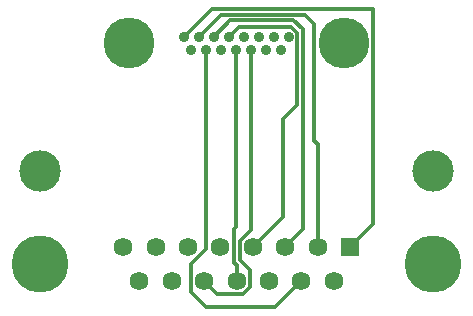
<source format=gtl>
G04*
G04 #@! TF.GenerationSoftware,Altium Limited,Altium Designer,20.0.11 (256)*
G04*
G04 Layer_Physical_Order=1*
G04 Layer_Color=255*
%FSLAX25Y25*%
%MOIN*%
G70*
G01*
G75*
%ADD18C,0.06265*%
%ADD19R,0.06265X0.06265*%
%ADD20C,0.18996*%
%ADD21C,0.01200*%
%ADD22C,0.13780*%
%ADD23C,0.16949*%
%ADD24C,0.03543*%
D18*
X117400Y38400D02*
D03*
X106600D02*
D03*
X95800D02*
D03*
X85000D02*
D03*
X74200D02*
D03*
X63400D02*
D03*
X52600D02*
D03*
X112000Y49600D02*
D03*
X101200D02*
D03*
X90400D02*
D03*
X79600D02*
D03*
X68800D02*
D03*
X58000D02*
D03*
X47200D02*
D03*
D19*
X122800D02*
D03*
D20*
X150600Y44000D02*
D03*
X19400D02*
D03*
D21*
X110900Y84900D02*
X112000Y83800D01*
X122800Y49600D02*
X130400Y57200D01*
Y128900D01*
X76661Y129000D02*
X130400Y128900D01*
X67327Y119665D02*
X76661Y129000D01*
X101200Y49600D02*
X107100Y55500D01*
Y122100D01*
X103950Y125250D02*
X107100Y122100D01*
X82911Y125250D02*
X103950D01*
X77327Y119665D02*
X82911Y125250D01*
X89827Y55327D02*
Y115335D01*
X86067Y51567D02*
X89827Y55327D01*
X86067Y45300D02*
Y51567D01*
Y45300D02*
X89400Y41967D01*
Y36200D02*
Y41967D01*
X87200Y34000D02*
X89400Y36200D01*
X78600Y34000D02*
X87200D01*
X74200Y38400D02*
X78600Y34000D01*
X97900Y29700D02*
X106600Y38400D01*
X74700Y29700D02*
X97900D01*
X69800Y34600D02*
X74700Y29700D01*
X69800Y34600D02*
Y44000D01*
X74827Y49027D01*
Y115335D01*
X82327Y119665D02*
X85690Y123028D01*
X103272D01*
X105300Y121000D01*
Y97000D02*
Y121000D01*
X100400Y92100D02*
X105300Y97000D01*
X100400Y59600D02*
Y92100D01*
X90400Y49600D02*
X100400Y59600D01*
X112000Y49600D02*
Y83800D01*
X110900Y84900D02*
Y123800D01*
X107650Y127050D02*
X110900Y123800D01*
X79711Y127050D02*
X107650D01*
X72327Y119665D02*
X79711Y127050D01*
X84827Y56292D02*
Y115335D01*
X84267Y55733D02*
X84827Y56292D01*
X84267Y44200D02*
Y55733D01*
Y44200D02*
X85000Y43467D01*
Y38400D02*
Y43467D01*
D22*
X19400Y75000D02*
D03*
X150600D02*
D03*
D23*
X120654Y117500D02*
D03*
X49000D02*
D03*
D24*
X99827Y115335D02*
D03*
X94827D02*
D03*
X89827D02*
D03*
X84827D02*
D03*
X79827D02*
D03*
X74827D02*
D03*
X69827D02*
D03*
X102327Y119665D02*
D03*
X97327D02*
D03*
X92327D02*
D03*
X87327D02*
D03*
X82327D02*
D03*
X77327D02*
D03*
X72327D02*
D03*
X67327D02*
D03*
M02*

</source>
